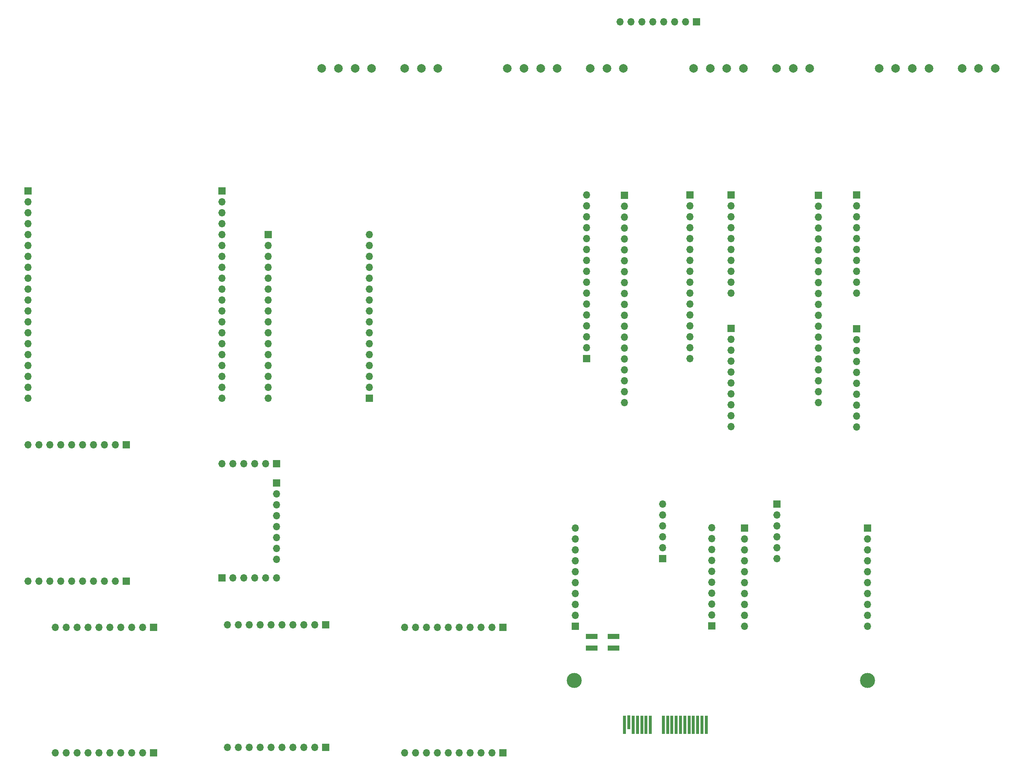
<source format=gbr>
%TF.GenerationSoftware,KiCad,Pcbnew,(6.0.1)*%
%TF.CreationDate,2022-03-04T09:28:36+02:00*%
%TF.ProjectId,SNES Device,534e4553-2044-4657-9669-63652e6b6963,0.6*%
%TF.SameCoordinates,Original*%
%TF.FileFunction,Soldermask,Bot*%
%TF.FilePolarity,Negative*%
%FSLAX46Y46*%
G04 Gerber Fmt 4.6, Leading zero omitted, Abs format (unit mm)*
G04 Created by KiCad (PCBNEW (6.0.1)) date 2022-03-04 09:28:36*
%MOMM*%
%LPD*%
G01*
G04 APERTURE LIST*
%ADD10R,1.700000X1.700000*%
%ADD11O,1.700000X1.700000*%
%ADD12C,2.000000*%
%ADD13C,3.500000*%
%ADD14R,2.830000X1.220000*%
%ADD15R,0.700000X4.300000*%
%ADD16R,0.700000X3.200000*%
G04 APERTURE END LIST*
D10*
%TO.C,J27*%
X97790000Y-108585000D03*
D11*
X97790000Y-106045000D03*
X97790000Y-103505000D03*
X97790000Y-100965000D03*
X97790000Y-98425000D03*
X97790000Y-95885000D03*
X97790000Y-93345000D03*
X97790000Y-90805000D03*
X97790000Y-88265000D03*
X97790000Y-85725000D03*
X97790000Y-83185000D03*
X97790000Y-80645000D03*
X97790000Y-78105000D03*
X97790000Y-75565000D03*
X97790000Y-73025000D03*
X97790000Y-70485000D03*
%TD*%
D10*
%TO.C,J25*%
X74295000Y-70485000D03*
D11*
X74295000Y-73025000D03*
X74295000Y-75565000D03*
X74295000Y-78105000D03*
X74295000Y-80645000D03*
X74295000Y-83185000D03*
X74295000Y-85725000D03*
X74295000Y-88265000D03*
X74295000Y-90805000D03*
X74295000Y-93345000D03*
X74295000Y-95885000D03*
X74295000Y-98425000D03*
X74295000Y-100965000D03*
X74295000Y-103505000D03*
X74295000Y-106045000D03*
X74295000Y-108585000D03*
%TD*%
D10*
%TO.C,J11*%
X213726435Y-138753565D03*
D11*
X213726435Y-141293565D03*
X213726435Y-143833565D03*
X213726435Y-146373565D03*
X213726435Y-148913565D03*
X213726435Y-151453565D03*
X213726435Y-153993565D03*
X213726435Y-156533565D03*
X213726435Y-159073565D03*
X213726435Y-161613565D03*
%TD*%
D10*
%TO.C,J16*%
X145781435Y-161613565D03*
D11*
X145781435Y-159073565D03*
X145781435Y-156533565D03*
X145781435Y-153993565D03*
X145781435Y-151453565D03*
X145781435Y-148913565D03*
X145781435Y-146373565D03*
X145781435Y-143833565D03*
X145781435Y-141293565D03*
X145781435Y-138753565D03*
%TD*%
D12*
%TO.C,J31*%
X113783000Y-31751000D03*
X109923000Y-31751000D03*
X106063000Y-31751000D03*
X98343000Y-31751000D03*
X94483000Y-31751000D03*
X90623000Y-31751000D03*
X86763000Y-31751000D03*
%TD*%
%TO.C,J35*%
X243450000Y-31751000D03*
X239590000Y-31751000D03*
X235730000Y-31751000D03*
X228010000Y-31751000D03*
X224150000Y-31751000D03*
X220290000Y-31751000D03*
X216430000Y-31751000D03*
%TD*%
D10*
%TO.C,J15*%
X76200000Y-128285000D03*
D11*
X76200000Y-130825000D03*
X76200000Y-133365000D03*
X76200000Y-135905000D03*
X76200000Y-138445000D03*
X76200000Y-140985000D03*
X76200000Y-143525000D03*
X76200000Y-146065000D03*
%TD*%
D10*
%TO.C,J22*%
X76200000Y-123825000D03*
D11*
X73660000Y-123825000D03*
X71120000Y-123825000D03*
X68580000Y-123825000D03*
X66040000Y-123825000D03*
X63500000Y-123825000D03*
%TD*%
D10*
%TO.C,J26*%
X63500000Y-60330000D03*
D11*
X63500000Y-62870000D03*
X63500000Y-65410000D03*
X63500000Y-67950000D03*
X63500000Y-70490000D03*
X63500000Y-73030000D03*
X63500000Y-75570000D03*
X63500000Y-78110000D03*
X63500000Y-80650000D03*
X63500000Y-83190000D03*
X63500000Y-85730000D03*
X63500000Y-88270000D03*
X63500000Y-90810000D03*
X63500000Y-93350000D03*
X63500000Y-95890000D03*
X63500000Y-98430000D03*
X63500000Y-100970000D03*
X63500000Y-103510000D03*
X63500000Y-106050000D03*
X63500000Y-108590000D03*
%TD*%
D10*
%TO.C,J29*%
X18415000Y-60330000D03*
D11*
X18415000Y-62870000D03*
X18415000Y-65410000D03*
X18415000Y-67950000D03*
X18415000Y-70490000D03*
X18415000Y-73030000D03*
X18415000Y-75570000D03*
X18415000Y-78110000D03*
X18415000Y-80650000D03*
X18415000Y-83190000D03*
X18415000Y-85730000D03*
X18415000Y-88270000D03*
X18415000Y-90810000D03*
X18415000Y-93350000D03*
X18415000Y-95890000D03*
X18415000Y-98430000D03*
X18415000Y-100970000D03*
X18415000Y-103510000D03*
X18415000Y-106050000D03*
X18415000Y-108590000D03*
%TD*%
D10*
%TO.C,J8*%
X128900000Y-161925000D03*
D11*
X126360000Y-161925000D03*
X123820000Y-161925000D03*
X121280000Y-161925000D03*
X118740000Y-161925000D03*
X116200000Y-161925000D03*
X113660000Y-161925000D03*
X111120000Y-161925000D03*
X108580000Y-161925000D03*
X106040000Y-161925000D03*
%TD*%
D10*
%TO.C,J13*%
X87625000Y-189865000D03*
D11*
X85085000Y-189865000D03*
X82545000Y-189865000D03*
X80005000Y-189865000D03*
X77465000Y-189865000D03*
X74925000Y-189865000D03*
X72385000Y-189865000D03*
X69845000Y-189865000D03*
X67305000Y-189865000D03*
X64765000Y-189865000D03*
%TD*%
D10*
%TO.C,J1*%
X47620000Y-161925000D03*
D11*
X45080000Y-161925000D03*
X42540000Y-161925000D03*
X40000000Y-161925000D03*
X37460000Y-161925000D03*
X34920000Y-161925000D03*
X32380000Y-161925000D03*
X29840000Y-161925000D03*
X27300000Y-161925000D03*
X24760000Y-161925000D03*
%TD*%
D10*
%TO.C,J6*%
X47620000Y-191135000D03*
D11*
X45080000Y-191135000D03*
X42540000Y-191135000D03*
X40000000Y-191135000D03*
X37460000Y-191135000D03*
X34920000Y-191135000D03*
X32380000Y-191135000D03*
X29840000Y-191135000D03*
X27300000Y-191135000D03*
X24760000Y-191135000D03*
%TD*%
D10*
%TO.C,J17*%
X177506435Y-161583565D03*
D11*
X177506435Y-159043565D03*
X177506435Y-156503565D03*
X177506435Y-153963565D03*
X177506435Y-151423565D03*
X177506435Y-148883565D03*
X177506435Y-146343565D03*
X177506435Y-143803565D03*
X177506435Y-141263565D03*
X177506435Y-138723565D03*
%TD*%
D13*
%TO.C,H2*%
X145461435Y-174283565D03*
%TD*%
D10*
%TO.C,J10*%
X185151435Y-138753565D03*
D11*
X185151435Y-141293565D03*
X185151435Y-143833565D03*
X185151435Y-146373565D03*
X185151435Y-148913565D03*
X185151435Y-151453565D03*
X185151435Y-153993565D03*
X185151435Y-156533565D03*
X185151435Y-159073565D03*
X185151435Y-161613565D03*
%TD*%
D12*
%TO.C,J33*%
X156963000Y-31751000D03*
X153103000Y-31751000D03*
X149243000Y-31751000D03*
X141523000Y-31751000D03*
X137663000Y-31751000D03*
X133803000Y-31751000D03*
X129943000Y-31751000D03*
%TD*%
D13*
%TO.C,H1*%
X213701435Y-174283565D03*
%TD*%
D10*
%TO.C,J32*%
X173975000Y-20960000D03*
D11*
X171435000Y-20960000D03*
X168895000Y-20960000D03*
X166355000Y-20960000D03*
X163815000Y-20960000D03*
X161275000Y-20960000D03*
X158735000Y-20960000D03*
X156195000Y-20960000D03*
%TD*%
D10*
%TO.C,J7*%
X87625000Y-161290000D03*
D11*
X85085000Y-161290000D03*
X82545000Y-161290000D03*
X80005000Y-161290000D03*
X77465000Y-161290000D03*
X74925000Y-161290000D03*
X72385000Y-161290000D03*
X69845000Y-161290000D03*
X67305000Y-161290000D03*
X64765000Y-161290000D03*
%TD*%
D10*
%TO.C,J24*%
X157211435Y-61283565D03*
D11*
X157211435Y-63823565D03*
X157211435Y-66363565D03*
X157211435Y-68903565D03*
X157211435Y-71443565D03*
X157211435Y-73983565D03*
X157211435Y-76523565D03*
X157211435Y-79063565D03*
X157211435Y-81603565D03*
X157211435Y-84143565D03*
X157211435Y-86683565D03*
X157211435Y-89223565D03*
X157211435Y-91763565D03*
X157211435Y-94303565D03*
X157211435Y-96843565D03*
X157211435Y-99383565D03*
X157211435Y-101923565D03*
X157211435Y-104463565D03*
X157211435Y-107003565D03*
X157211435Y-109543565D03*
%TD*%
D10*
%TO.C,J4*%
X41275000Y-151130000D03*
D11*
X38735000Y-151130000D03*
X36195000Y-151130000D03*
X33655000Y-151130000D03*
X31115000Y-151130000D03*
X28575000Y-151130000D03*
X26035000Y-151130000D03*
X23495000Y-151130000D03*
X20955000Y-151130000D03*
X18415000Y-151130000D03*
%TD*%
D12*
%TO.C,J34*%
X200302000Y-31750000D03*
X196442000Y-31750000D03*
X192582000Y-31750000D03*
X184862000Y-31750000D03*
X181002000Y-31750000D03*
X177142000Y-31750000D03*
X173282000Y-31750000D03*
%TD*%
D10*
%TO.C,J30*%
X202271435Y-61283565D03*
D11*
X202271435Y-63823565D03*
X202271435Y-66363565D03*
X202271435Y-68903565D03*
X202271435Y-71443565D03*
X202271435Y-73983565D03*
X202271435Y-76523565D03*
X202271435Y-79063565D03*
X202271435Y-81603565D03*
X202271435Y-84143565D03*
X202271435Y-86683565D03*
X202271435Y-89223565D03*
X202271435Y-91763565D03*
X202271435Y-94303565D03*
X202271435Y-96843565D03*
X202271435Y-99383565D03*
X202271435Y-101923565D03*
X202271435Y-104463565D03*
X202271435Y-107003565D03*
X202271435Y-109543565D03*
%TD*%
D10*
%TO.C,J14*%
X128900000Y-191135000D03*
D11*
X126360000Y-191135000D03*
X123820000Y-191135000D03*
X121280000Y-191135000D03*
X118740000Y-191135000D03*
X116200000Y-191135000D03*
X113660000Y-191135000D03*
X111120000Y-191135000D03*
X108580000Y-191135000D03*
X106040000Y-191135000D03*
%TD*%
D10*
%TO.C,J18*%
X41270000Y-119380000D03*
D11*
X38730000Y-119380000D03*
X36190000Y-119380000D03*
X33650000Y-119380000D03*
X31110000Y-119380000D03*
X28570000Y-119380000D03*
X26030000Y-119380000D03*
X23490000Y-119380000D03*
X20950000Y-119380000D03*
X18410000Y-119380000D03*
%TD*%
D10*
%TO.C,J19*%
X63500000Y-150368000D03*
D11*
X66040000Y-150368000D03*
X68580000Y-150368000D03*
X71120000Y-150368000D03*
X73660000Y-150368000D03*
X76200000Y-150368000D03*
%TD*%
D10*
%TO.C,J23*%
X172426435Y-61253565D03*
D11*
X172426435Y-63793565D03*
X172426435Y-66333565D03*
X172426435Y-68873565D03*
X172426435Y-71413565D03*
X172426435Y-73953565D03*
X172426435Y-76493565D03*
X172426435Y-79033565D03*
X172426435Y-81573565D03*
X172426435Y-84113565D03*
X172426435Y-86653565D03*
X172426435Y-89193565D03*
X172426435Y-91733565D03*
X172426435Y-94273565D03*
X172426435Y-96813565D03*
X172426435Y-99353565D03*
%TD*%
D10*
%TO.C,J3*%
X211161435Y-61253565D03*
D11*
X211161435Y-63793565D03*
X211161435Y-66333565D03*
X211161435Y-68873565D03*
X211161435Y-71413565D03*
X211161435Y-73953565D03*
X211161435Y-76493565D03*
X211161435Y-79033565D03*
X211161435Y-81573565D03*
X211161435Y-84113565D03*
%TD*%
D14*
%TO.C,C2*%
X149566435Y-166743565D03*
X149566435Y-164043565D03*
%TD*%
D10*
%TO.C,J21*%
X192659000Y-133223000D03*
D11*
X192659000Y-135763000D03*
X192659000Y-138303000D03*
X192659000Y-140843000D03*
X192659000Y-143383000D03*
X192659000Y-145923000D03*
%TD*%
D15*
%TO.C,J2*%
X176211435Y-184558565D03*
X175211435Y-184558565D03*
X174211435Y-184558565D03*
X173211435Y-184558565D03*
X172211435Y-184558565D03*
X171211435Y-184558565D03*
X170211435Y-184558565D03*
X169211435Y-184558565D03*
X168211435Y-184558565D03*
X167211435Y-184558565D03*
X166211435Y-184558565D03*
X163211435Y-184558565D03*
X162211435Y-184558565D03*
X161211435Y-184558565D03*
X160211435Y-184558565D03*
X159211435Y-184558565D03*
D16*
X158211435Y-184008565D03*
D15*
X157211435Y-184558565D03*
%TD*%
D10*
%TO.C,J9*%
X211161435Y-92368565D03*
D11*
X211161435Y-94908565D03*
X211161435Y-97448565D03*
X211161435Y-99988565D03*
X211161435Y-102528565D03*
X211161435Y-105068565D03*
X211161435Y-107608565D03*
X211161435Y-110148565D03*
X211161435Y-112688565D03*
X211161435Y-115228565D03*
%TD*%
D10*
%TO.C,J28*%
X148346435Y-99353565D03*
D11*
X148346435Y-96813565D03*
X148346435Y-94273565D03*
X148346435Y-91733565D03*
X148346435Y-89193565D03*
X148346435Y-86653565D03*
X148346435Y-84113565D03*
X148346435Y-81573565D03*
X148346435Y-79033565D03*
X148346435Y-76493565D03*
X148346435Y-73953565D03*
X148346435Y-71413565D03*
X148346435Y-68873565D03*
X148346435Y-66333565D03*
X148346435Y-63793565D03*
X148346435Y-61253565D03*
%TD*%
D10*
%TO.C,J12*%
X181991000Y-92329000D03*
D11*
X181991000Y-94869000D03*
X181991000Y-97409000D03*
X181991000Y-99949000D03*
X181991000Y-102489000D03*
X181991000Y-105029000D03*
X181991000Y-107569000D03*
X181991000Y-110109000D03*
X181991000Y-112649000D03*
X181991000Y-115189000D03*
%TD*%
D10*
%TO.C,J20*%
X166076435Y-145898000D03*
D11*
X166076435Y-143358000D03*
X166076435Y-140818000D03*
X166076435Y-138278000D03*
X166076435Y-135738000D03*
X166076435Y-133198000D03*
%TD*%
D10*
%TO.C,J5*%
X181991000Y-61214000D03*
D11*
X181991000Y-63754000D03*
X181991000Y-66294000D03*
X181991000Y-68834000D03*
X181991000Y-71374000D03*
X181991000Y-73914000D03*
X181991000Y-76454000D03*
X181991000Y-78994000D03*
X181991000Y-81534000D03*
X181991000Y-84074000D03*
%TD*%
D14*
%TO.C,C1*%
X154646435Y-164043565D03*
X154646435Y-166743565D03*
%TD*%
M02*

</source>
